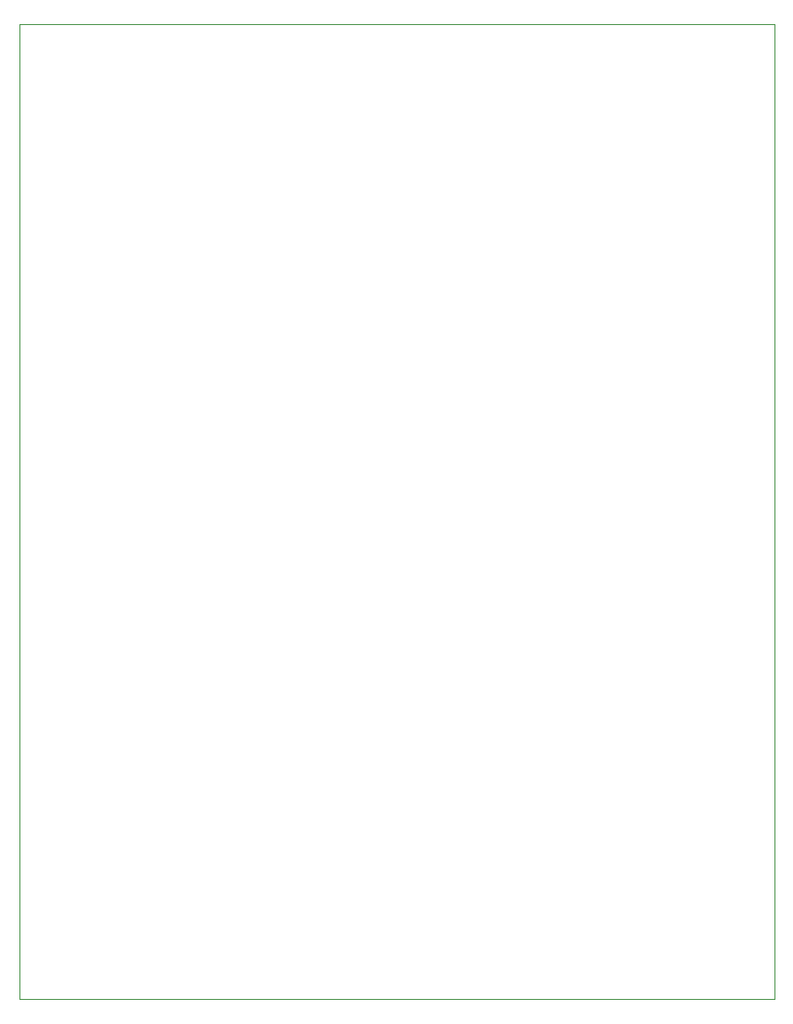
<source format=gbr>
%TF.GenerationSoftware,KiCad,Pcbnew,8.0.7*%
%TF.CreationDate,2025-02-06T20:11:24-08:00*%
%TF.ProjectId,Mains_monitor,4d61696e-735f-46d6-9f6e-69746f722e6b,rev?*%
%TF.SameCoordinates,Original*%
%TF.FileFunction,Profile,NP*%
%FSLAX46Y46*%
G04 Gerber Fmt 4.6, Leading zero omitted, Abs format (unit mm)*
G04 Created by KiCad (PCBNEW 8.0.7) date 2025-02-06 20:11:24*
%MOMM*%
%LPD*%
G01*
G04 APERTURE LIST*
%TA.AperFunction,Profile*%
%ADD10C,0.050000*%
%TD*%
G04 APERTURE END LIST*
D10*
X90500000Y-45000000D02*
X159500000Y-45000000D01*
X159500000Y-134000000D01*
X90500000Y-134000000D01*
X90500000Y-45000000D01*
M02*

</source>
